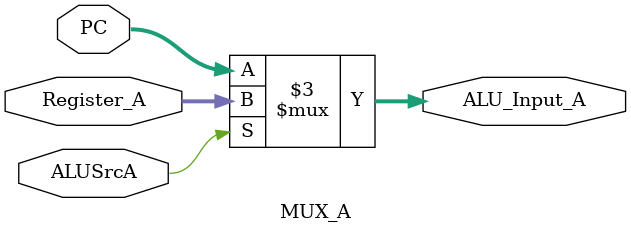
<source format=v>
`timescale 1ns / 1ps


module MUX_A(input [31:0] PC, input [31:0] Register_A, input ALUSrcA, output reg [31:0] ALU_Input_A);

always@( ALUSrcA )
begin
    if(ALUSrcA)
       ALU_Input_A <= Register_A;
    else
        ALU_Input_A <= PC; 
end
endmodule

</source>
